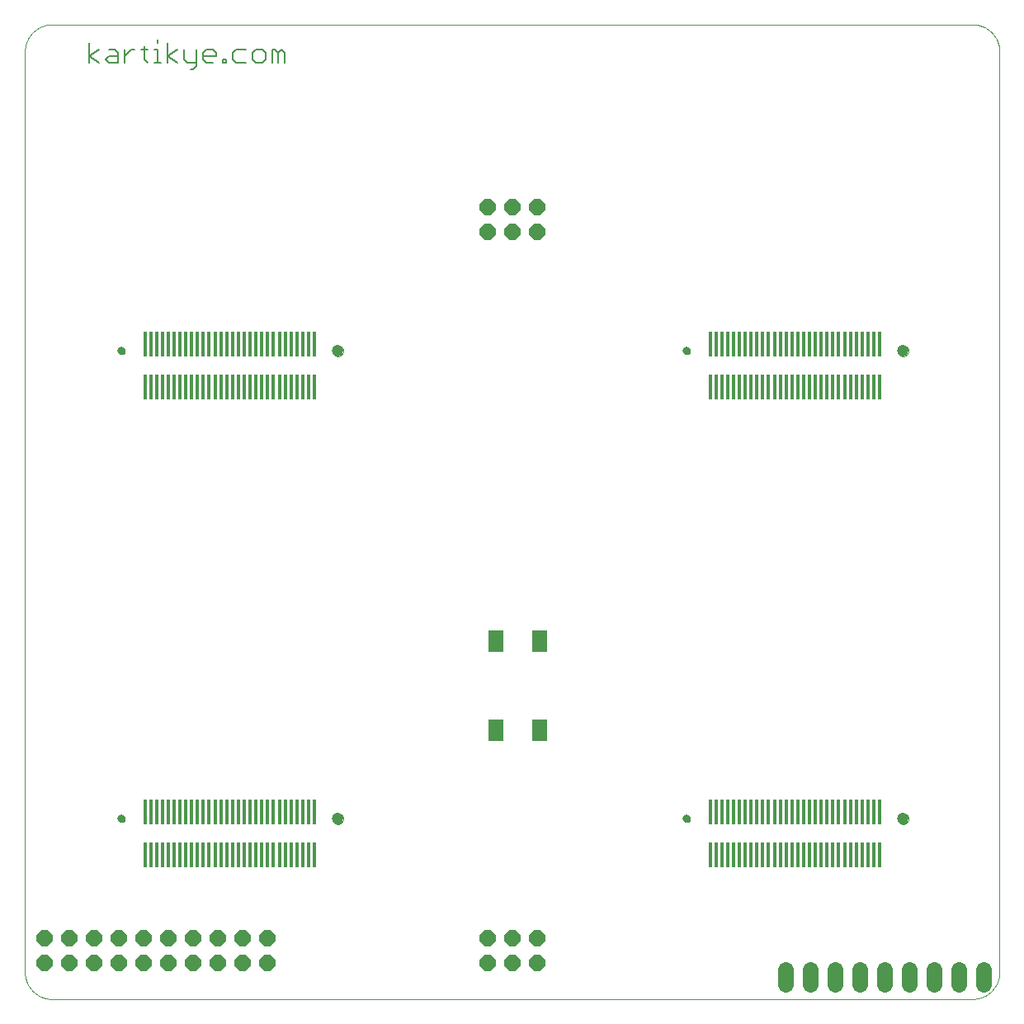
<source format=gts>
G75*
%MOIN*%
%OFA0B0*%
%FSLAX25Y25*%
%IPPOS*%
%LPD*%
%AMOC8*
5,1,8,0,0,1.08239X$1,22.5*
%
%ADD10C,0.00394*%
%ADD11C,0.00700*%
%ADD12R,0.01778X0.10046*%
%ADD13C,0.00000*%
%ADD14C,0.04731*%
%ADD15C,0.03156*%
%ADD16OC8,0.06400*%
%ADD17C,0.06400*%
%ADD18R,0.05912X0.08668*%
D10*
X0002294Y0013211D02*
X0002294Y0383290D01*
X0002278Y0383560D01*
X0002269Y0383830D01*
X0002266Y0384100D01*
X0002270Y0384371D01*
X0002280Y0384641D01*
X0002298Y0384911D01*
X0002321Y0385181D01*
X0002352Y0385450D01*
X0002388Y0385718D01*
X0002432Y0385985D01*
X0002482Y0386250D01*
X0002538Y0386515D01*
X0002601Y0386778D01*
X0002670Y0387040D01*
X0002746Y0387299D01*
X0002828Y0387557D01*
X0002917Y0387813D01*
X0003011Y0388066D01*
X0003112Y0388317D01*
X0003219Y0388566D01*
X0003332Y0388812D01*
X0003450Y0389055D01*
X0003575Y0389295D01*
X0003706Y0389532D01*
X0003842Y0389765D01*
X0003984Y0389995D01*
X0004132Y0390222D01*
X0004285Y0390445D01*
X0004444Y0390664D01*
X0004607Y0390879D01*
X0004777Y0391091D01*
X0004951Y0391298D01*
X0005130Y0391500D01*
X0005314Y0391698D01*
X0005503Y0391892D01*
X0005697Y0392081D01*
X0005895Y0392265D01*
X0006097Y0392444D01*
X0006304Y0392618D01*
X0006516Y0392788D01*
X0006731Y0392951D01*
X0006950Y0393110D01*
X0007173Y0393263D01*
X0007400Y0393411D01*
X0007630Y0393553D01*
X0007863Y0393689D01*
X0008100Y0393820D01*
X0008340Y0393945D01*
X0008583Y0394063D01*
X0008829Y0394176D01*
X0009078Y0394283D01*
X0009329Y0394384D01*
X0009582Y0394478D01*
X0009838Y0394567D01*
X0010096Y0394649D01*
X0010355Y0394725D01*
X0010617Y0394794D01*
X0010880Y0394857D01*
X0011145Y0394913D01*
X0011410Y0394963D01*
X0011677Y0395007D01*
X0011945Y0395043D01*
X0012214Y0395074D01*
X0012484Y0395097D01*
X0012754Y0395115D01*
X0013024Y0395125D01*
X0013295Y0395129D01*
X0013565Y0395126D01*
X0013835Y0395117D01*
X0014105Y0395101D01*
X0384184Y0395101D01*
X0384454Y0395117D01*
X0384724Y0395126D01*
X0384994Y0395129D01*
X0385265Y0395125D01*
X0385535Y0395115D01*
X0385805Y0395097D01*
X0386075Y0395074D01*
X0386344Y0395043D01*
X0386612Y0395007D01*
X0386879Y0394963D01*
X0387144Y0394913D01*
X0387409Y0394857D01*
X0387672Y0394794D01*
X0387934Y0394725D01*
X0388193Y0394649D01*
X0388451Y0394567D01*
X0388707Y0394478D01*
X0388960Y0394384D01*
X0389211Y0394283D01*
X0389460Y0394176D01*
X0389706Y0394063D01*
X0389949Y0393945D01*
X0390189Y0393820D01*
X0390426Y0393689D01*
X0390659Y0393553D01*
X0390889Y0393411D01*
X0391116Y0393263D01*
X0391339Y0393110D01*
X0391558Y0392951D01*
X0391773Y0392788D01*
X0391985Y0392618D01*
X0392192Y0392444D01*
X0392394Y0392265D01*
X0392592Y0392081D01*
X0392786Y0391892D01*
X0392975Y0391698D01*
X0393159Y0391500D01*
X0393338Y0391298D01*
X0393512Y0391091D01*
X0393682Y0390879D01*
X0393845Y0390664D01*
X0394004Y0390445D01*
X0394157Y0390222D01*
X0394305Y0389995D01*
X0394447Y0389765D01*
X0394583Y0389532D01*
X0394714Y0389295D01*
X0394839Y0389055D01*
X0394957Y0388812D01*
X0395070Y0388566D01*
X0395177Y0388317D01*
X0395278Y0388066D01*
X0395372Y0387813D01*
X0395461Y0387557D01*
X0395543Y0387299D01*
X0395619Y0387040D01*
X0395688Y0386778D01*
X0395751Y0386515D01*
X0395807Y0386250D01*
X0395857Y0385985D01*
X0395901Y0385718D01*
X0395937Y0385450D01*
X0395968Y0385181D01*
X0395991Y0384911D01*
X0396009Y0384641D01*
X0396019Y0384371D01*
X0396023Y0384100D01*
X0396020Y0383830D01*
X0396011Y0383560D01*
X0395995Y0383290D01*
X0395995Y0013211D01*
X0396011Y0012941D01*
X0396020Y0012671D01*
X0396023Y0012401D01*
X0396019Y0012130D01*
X0396009Y0011860D01*
X0395991Y0011590D01*
X0395968Y0011320D01*
X0395937Y0011051D01*
X0395901Y0010783D01*
X0395857Y0010516D01*
X0395807Y0010251D01*
X0395751Y0009986D01*
X0395688Y0009723D01*
X0395619Y0009461D01*
X0395543Y0009202D01*
X0395461Y0008944D01*
X0395372Y0008688D01*
X0395278Y0008435D01*
X0395177Y0008184D01*
X0395070Y0007935D01*
X0394957Y0007689D01*
X0394839Y0007446D01*
X0394714Y0007206D01*
X0394583Y0006969D01*
X0394447Y0006736D01*
X0394305Y0006506D01*
X0394157Y0006279D01*
X0394004Y0006056D01*
X0393845Y0005837D01*
X0393682Y0005622D01*
X0393512Y0005410D01*
X0393338Y0005203D01*
X0393159Y0005001D01*
X0392975Y0004803D01*
X0392786Y0004609D01*
X0392592Y0004420D01*
X0392394Y0004236D01*
X0392192Y0004057D01*
X0391985Y0003883D01*
X0391773Y0003713D01*
X0391558Y0003550D01*
X0391339Y0003391D01*
X0391116Y0003238D01*
X0390889Y0003090D01*
X0390659Y0002948D01*
X0390426Y0002812D01*
X0390189Y0002681D01*
X0389949Y0002556D01*
X0389706Y0002438D01*
X0389460Y0002325D01*
X0389211Y0002218D01*
X0388960Y0002117D01*
X0388707Y0002023D01*
X0388451Y0001934D01*
X0388193Y0001852D01*
X0387934Y0001776D01*
X0387672Y0001707D01*
X0387409Y0001644D01*
X0387144Y0001588D01*
X0386879Y0001538D01*
X0386612Y0001494D01*
X0386344Y0001458D01*
X0386075Y0001427D01*
X0385805Y0001404D01*
X0385535Y0001386D01*
X0385265Y0001376D01*
X0384994Y0001372D01*
X0384724Y0001375D01*
X0384454Y0001384D01*
X0384184Y0001400D01*
X0014105Y0001400D01*
X0013835Y0001384D01*
X0013565Y0001375D01*
X0013295Y0001372D01*
X0013024Y0001376D01*
X0012754Y0001386D01*
X0012484Y0001404D01*
X0012214Y0001427D01*
X0011945Y0001458D01*
X0011677Y0001494D01*
X0011410Y0001538D01*
X0011145Y0001588D01*
X0010880Y0001644D01*
X0010617Y0001707D01*
X0010355Y0001776D01*
X0010096Y0001852D01*
X0009838Y0001934D01*
X0009582Y0002023D01*
X0009329Y0002117D01*
X0009078Y0002218D01*
X0008829Y0002325D01*
X0008583Y0002438D01*
X0008340Y0002556D01*
X0008100Y0002681D01*
X0007863Y0002812D01*
X0007630Y0002948D01*
X0007400Y0003090D01*
X0007173Y0003238D01*
X0006950Y0003391D01*
X0006731Y0003550D01*
X0006516Y0003713D01*
X0006304Y0003883D01*
X0006097Y0004057D01*
X0005895Y0004236D01*
X0005697Y0004420D01*
X0005503Y0004609D01*
X0005314Y0004803D01*
X0005130Y0005001D01*
X0004951Y0005203D01*
X0004777Y0005410D01*
X0004607Y0005622D01*
X0004444Y0005837D01*
X0004285Y0006056D01*
X0004132Y0006279D01*
X0003984Y0006506D01*
X0003842Y0006736D01*
X0003706Y0006969D01*
X0003575Y0007206D01*
X0003450Y0007446D01*
X0003332Y0007689D01*
X0003219Y0007935D01*
X0003112Y0008184D01*
X0003011Y0008435D01*
X0002917Y0008688D01*
X0002828Y0008944D01*
X0002746Y0009202D01*
X0002670Y0009461D01*
X0002601Y0009723D01*
X0002538Y0009986D01*
X0002482Y0010251D01*
X0002432Y0010516D01*
X0002388Y0010783D01*
X0002352Y0011051D01*
X0002321Y0011320D01*
X0002298Y0011590D01*
X0002280Y0011860D01*
X0002270Y0012130D01*
X0002266Y0012401D01*
X0002269Y0012671D01*
X0002278Y0012941D01*
X0002294Y0013211D01*
D11*
X0028144Y0379750D02*
X0028144Y0387657D01*
X0032097Y0385021D02*
X0028144Y0382386D01*
X0032097Y0379750D01*
X0034743Y0381068D02*
X0036061Y0382386D01*
X0040014Y0382386D01*
X0040014Y0383703D02*
X0040014Y0379750D01*
X0036061Y0379750D01*
X0034743Y0381068D01*
X0036061Y0385021D02*
X0038696Y0385021D01*
X0040014Y0383703D01*
X0042662Y0382386D02*
X0045297Y0385021D01*
X0046615Y0385021D01*
X0049261Y0385021D02*
X0051896Y0385021D01*
X0050579Y0386339D02*
X0050579Y0381068D01*
X0051896Y0379750D01*
X0054540Y0379750D02*
X0057176Y0379750D01*
X0055858Y0379750D02*
X0055858Y0385021D01*
X0054540Y0385021D01*
X0055858Y0387657D02*
X0055858Y0388975D01*
X0059819Y0387657D02*
X0059819Y0379750D01*
X0059819Y0382386D02*
X0063773Y0385021D01*
X0066418Y0385021D02*
X0066418Y0381068D01*
X0067736Y0379750D01*
X0071689Y0379750D01*
X0071689Y0378432D02*
X0070371Y0377114D01*
X0069054Y0377114D01*
X0071689Y0378432D02*
X0071689Y0385021D01*
X0074337Y0383703D02*
X0075655Y0385021D01*
X0078290Y0385021D01*
X0079608Y0383703D01*
X0079608Y0382386D01*
X0074337Y0382386D01*
X0074337Y0383703D02*
X0074337Y0381068D01*
X0075655Y0379750D01*
X0078290Y0379750D01*
X0082256Y0379750D02*
X0082256Y0381068D01*
X0083573Y0381068D01*
X0083573Y0379750D01*
X0082256Y0379750D01*
X0086215Y0381068D02*
X0087533Y0379750D01*
X0091486Y0379750D01*
X0094134Y0381068D02*
X0095452Y0379750D01*
X0098087Y0379750D01*
X0099405Y0381068D01*
X0099405Y0383703D01*
X0098087Y0385021D01*
X0095452Y0385021D01*
X0094134Y0383703D01*
X0094134Y0381068D01*
X0091486Y0385021D02*
X0087533Y0385021D01*
X0086215Y0383703D01*
X0086215Y0381068D01*
X0102053Y0379750D02*
X0102053Y0385021D01*
X0103370Y0385021D01*
X0104688Y0383703D01*
X0106006Y0385021D01*
X0107324Y0383703D01*
X0107324Y0379750D01*
X0104688Y0379750D02*
X0104688Y0383703D01*
X0063773Y0379750D02*
X0059819Y0382386D01*
X0042662Y0379750D02*
X0042662Y0385021D01*
D12*
X0050719Y0266065D03*
X0053081Y0266065D03*
X0055444Y0266065D03*
X0057806Y0266065D03*
X0060168Y0266065D03*
X0062530Y0266065D03*
X0064893Y0266065D03*
X0067255Y0266065D03*
X0069617Y0266065D03*
X0071979Y0266065D03*
X0074341Y0266065D03*
X0076704Y0266065D03*
X0079066Y0266065D03*
X0081428Y0266065D03*
X0083790Y0266065D03*
X0086152Y0266065D03*
X0088515Y0266065D03*
X0090877Y0266065D03*
X0093239Y0266065D03*
X0095601Y0266065D03*
X0097963Y0266065D03*
X0100326Y0266065D03*
X0102688Y0266065D03*
X0105050Y0266065D03*
X0107412Y0266065D03*
X0109774Y0266065D03*
X0112137Y0266065D03*
X0114499Y0266065D03*
X0116861Y0266065D03*
X0119223Y0266065D03*
X0119223Y0248546D03*
X0116861Y0248546D03*
X0114499Y0248546D03*
X0112137Y0248546D03*
X0109774Y0248546D03*
X0107412Y0248546D03*
X0105050Y0248546D03*
X0102688Y0248546D03*
X0100326Y0248546D03*
X0097963Y0248546D03*
X0095601Y0248546D03*
X0093239Y0248546D03*
X0090877Y0248546D03*
X0088515Y0248546D03*
X0086152Y0248546D03*
X0083790Y0248546D03*
X0081428Y0248546D03*
X0079066Y0248546D03*
X0076704Y0248546D03*
X0074341Y0248546D03*
X0071979Y0248546D03*
X0069617Y0248546D03*
X0067255Y0248546D03*
X0064893Y0248546D03*
X0062530Y0248546D03*
X0060168Y0248546D03*
X0057806Y0248546D03*
X0055444Y0248546D03*
X0053081Y0248546D03*
X0050719Y0248546D03*
X0050719Y0077089D03*
X0053081Y0077089D03*
X0055444Y0077089D03*
X0057806Y0077089D03*
X0060168Y0077089D03*
X0062530Y0077089D03*
X0064893Y0077089D03*
X0067255Y0077089D03*
X0069617Y0077089D03*
X0071979Y0077089D03*
X0074341Y0077089D03*
X0076704Y0077089D03*
X0079066Y0077089D03*
X0081428Y0077089D03*
X0083790Y0077089D03*
X0086152Y0077089D03*
X0088515Y0077089D03*
X0090877Y0077089D03*
X0093239Y0077089D03*
X0095601Y0077089D03*
X0097963Y0077089D03*
X0100326Y0077089D03*
X0102688Y0077089D03*
X0105050Y0077089D03*
X0107412Y0077089D03*
X0109774Y0077089D03*
X0112137Y0077089D03*
X0114499Y0077089D03*
X0116861Y0077089D03*
X0119223Y0077089D03*
X0119223Y0059569D03*
X0116861Y0059569D03*
X0114499Y0059569D03*
X0112137Y0059569D03*
X0109774Y0059569D03*
X0107412Y0059569D03*
X0105050Y0059569D03*
X0102688Y0059569D03*
X0100326Y0059569D03*
X0097963Y0059569D03*
X0095601Y0059569D03*
X0093239Y0059569D03*
X0090877Y0059569D03*
X0088515Y0059569D03*
X0086152Y0059569D03*
X0083790Y0059569D03*
X0081428Y0059569D03*
X0079066Y0059569D03*
X0076704Y0059569D03*
X0074341Y0059569D03*
X0071979Y0059569D03*
X0069617Y0059569D03*
X0067255Y0059569D03*
X0064893Y0059569D03*
X0062530Y0059569D03*
X0060168Y0059569D03*
X0057806Y0059569D03*
X0055444Y0059569D03*
X0053081Y0059569D03*
X0050719Y0059569D03*
X0279066Y0059569D03*
X0281428Y0059569D03*
X0283790Y0059569D03*
X0286152Y0059569D03*
X0288515Y0059569D03*
X0290877Y0059569D03*
X0293239Y0059569D03*
X0295601Y0059569D03*
X0297963Y0059569D03*
X0300326Y0059569D03*
X0302688Y0059569D03*
X0305050Y0059569D03*
X0307412Y0059569D03*
X0309774Y0059569D03*
X0312137Y0059569D03*
X0314499Y0059569D03*
X0316861Y0059569D03*
X0319223Y0059569D03*
X0321585Y0059569D03*
X0323948Y0059569D03*
X0326310Y0059569D03*
X0328672Y0059569D03*
X0331034Y0059569D03*
X0333396Y0059569D03*
X0335759Y0059569D03*
X0338121Y0059569D03*
X0340483Y0059569D03*
X0342845Y0059569D03*
X0345207Y0059569D03*
X0347570Y0059569D03*
X0347570Y0077089D03*
X0345207Y0077089D03*
X0342845Y0077089D03*
X0340483Y0077089D03*
X0338121Y0077089D03*
X0335759Y0077089D03*
X0333396Y0077089D03*
X0331034Y0077089D03*
X0328672Y0077089D03*
X0326310Y0077089D03*
X0323948Y0077089D03*
X0321585Y0077089D03*
X0319223Y0077089D03*
X0316861Y0077089D03*
X0314499Y0077089D03*
X0312137Y0077089D03*
X0309774Y0077089D03*
X0307412Y0077089D03*
X0305050Y0077089D03*
X0302688Y0077089D03*
X0300326Y0077089D03*
X0297963Y0077089D03*
X0295601Y0077089D03*
X0293239Y0077089D03*
X0290877Y0077089D03*
X0288515Y0077089D03*
X0286152Y0077089D03*
X0283790Y0077089D03*
X0281428Y0077089D03*
X0279066Y0077089D03*
X0279066Y0248546D03*
X0281428Y0248546D03*
X0283790Y0248546D03*
X0286152Y0248546D03*
X0288515Y0248546D03*
X0290877Y0248546D03*
X0293239Y0248546D03*
X0295601Y0248546D03*
X0297963Y0248546D03*
X0300326Y0248546D03*
X0302688Y0248546D03*
X0305050Y0248546D03*
X0307412Y0248546D03*
X0309774Y0248546D03*
X0312137Y0248546D03*
X0314499Y0248546D03*
X0316861Y0248546D03*
X0319223Y0248546D03*
X0321585Y0248546D03*
X0323948Y0248546D03*
X0326310Y0248546D03*
X0328672Y0248546D03*
X0331034Y0248546D03*
X0333396Y0248546D03*
X0335759Y0248546D03*
X0338121Y0248546D03*
X0340483Y0248546D03*
X0342845Y0248546D03*
X0345207Y0248546D03*
X0347570Y0248546D03*
X0347570Y0266065D03*
X0345207Y0266065D03*
X0342845Y0266065D03*
X0340483Y0266065D03*
X0338121Y0266065D03*
X0335759Y0266065D03*
X0333396Y0266065D03*
X0331034Y0266065D03*
X0328672Y0266065D03*
X0326310Y0266065D03*
X0323948Y0266065D03*
X0321585Y0266065D03*
X0319223Y0266065D03*
X0316861Y0266065D03*
X0314499Y0266065D03*
X0312137Y0266065D03*
X0309774Y0266065D03*
X0307412Y0266065D03*
X0305050Y0266065D03*
X0302688Y0266065D03*
X0300326Y0266065D03*
X0297963Y0266065D03*
X0295601Y0266065D03*
X0293239Y0266065D03*
X0290877Y0266065D03*
X0288515Y0266065D03*
X0286152Y0266065D03*
X0283790Y0266065D03*
X0281428Y0266065D03*
X0279066Y0266065D03*
D13*
X0268239Y0263211D02*
X0268241Y0263285D01*
X0268247Y0263359D01*
X0268257Y0263432D01*
X0268271Y0263505D01*
X0268288Y0263577D01*
X0268310Y0263647D01*
X0268335Y0263717D01*
X0268364Y0263785D01*
X0268397Y0263851D01*
X0268433Y0263916D01*
X0268473Y0263978D01*
X0268515Y0264039D01*
X0268561Y0264097D01*
X0268610Y0264152D01*
X0268662Y0264205D01*
X0268717Y0264255D01*
X0268774Y0264301D01*
X0268834Y0264345D01*
X0268896Y0264385D01*
X0268960Y0264422D01*
X0269026Y0264456D01*
X0269094Y0264486D01*
X0269163Y0264512D01*
X0269234Y0264535D01*
X0269305Y0264553D01*
X0269378Y0264568D01*
X0269451Y0264579D01*
X0269525Y0264586D01*
X0269599Y0264589D01*
X0269672Y0264588D01*
X0269746Y0264583D01*
X0269820Y0264574D01*
X0269893Y0264561D01*
X0269965Y0264544D01*
X0270036Y0264524D01*
X0270106Y0264499D01*
X0270174Y0264471D01*
X0270241Y0264440D01*
X0270306Y0264404D01*
X0270369Y0264366D01*
X0270430Y0264324D01*
X0270489Y0264278D01*
X0270545Y0264230D01*
X0270598Y0264179D01*
X0270648Y0264125D01*
X0270696Y0264068D01*
X0270740Y0264009D01*
X0270782Y0263947D01*
X0270820Y0263884D01*
X0270854Y0263818D01*
X0270885Y0263751D01*
X0270912Y0263682D01*
X0270935Y0263612D01*
X0270955Y0263541D01*
X0270971Y0263468D01*
X0270983Y0263395D01*
X0270991Y0263322D01*
X0270995Y0263248D01*
X0270995Y0263174D01*
X0270991Y0263100D01*
X0270983Y0263027D01*
X0270971Y0262954D01*
X0270955Y0262881D01*
X0270935Y0262810D01*
X0270912Y0262740D01*
X0270885Y0262671D01*
X0270854Y0262604D01*
X0270820Y0262538D01*
X0270782Y0262475D01*
X0270740Y0262413D01*
X0270696Y0262354D01*
X0270648Y0262297D01*
X0270598Y0262243D01*
X0270545Y0262192D01*
X0270489Y0262144D01*
X0270430Y0262098D01*
X0270369Y0262056D01*
X0270306Y0262018D01*
X0270241Y0261982D01*
X0270174Y0261951D01*
X0270106Y0261923D01*
X0270036Y0261898D01*
X0269965Y0261878D01*
X0269893Y0261861D01*
X0269820Y0261848D01*
X0269746Y0261839D01*
X0269672Y0261834D01*
X0269599Y0261833D01*
X0269525Y0261836D01*
X0269451Y0261843D01*
X0269378Y0261854D01*
X0269305Y0261869D01*
X0269234Y0261887D01*
X0269163Y0261910D01*
X0269094Y0261936D01*
X0269026Y0261966D01*
X0268960Y0262000D01*
X0268896Y0262037D01*
X0268834Y0262077D01*
X0268774Y0262121D01*
X0268717Y0262167D01*
X0268662Y0262217D01*
X0268610Y0262270D01*
X0268561Y0262325D01*
X0268515Y0262383D01*
X0268473Y0262444D01*
X0268433Y0262506D01*
X0268397Y0262571D01*
X0268364Y0262637D01*
X0268335Y0262705D01*
X0268310Y0262775D01*
X0268288Y0262845D01*
X0268271Y0262917D01*
X0268257Y0262990D01*
X0268247Y0263063D01*
X0268241Y0263137D01*
X0268239Y0263211D01*
X0354854Y0263211D02*
X0354856Y0263304D01*
X0354862Y0263396D01*
X0354872Y0263488D01*
X0354886Y0263579D01*
X0354903Y0263670D01*
X0354925Y0263760D01*
X0354950Y0263849D01*
X0354979Y0263937D01*
X0355012Y0264023D01*
X0355049Y0264108D01*
X0355089Y0264192D01*
X0355133Y0264273D01*
X0355180Y0264353D01*
X0355230Y0264431D01*
X0355284Y0264506D01*
X0355341Y0264579D01*
X0355401Y0264649D01*
X0355464Y0264717D01*
X0355530Y0264782D01*
X0355598Y0264844D01*
X0355669Y0264904D01*
X0355743Y0264960D01*
X0355819Y0265013D01*
X0355897Y0265062D01*
X0355977Y0265109D01*
X0356059Y0265151D01*
X0356143Y0265191D01*
X0356228Y0265226D01*
X0356315Y0265258D01*
X0356403Y0265287D01*
X0356492Y0265311D01*
X0356582Y0265332D01*
X0356673Y0265348D01*
X0356765Y0265361D01*
X0356857Y0265370D01*
X0356950Y0265375D01*
X0357042Y0265376D01*
X0357135Y0265373D01*
X0357227Y0265366D01*
X0357319Y0265355D01*
X0357410Y0265340D01*
X0357501Y0265322D01*
X0357591Y0265299D01*
X0357679Y0265273D01*
X0357767Y0265243D01*
X0357853Y0265209D01*
X0357937Y0265172D01*
X0358020Y0265130D01*
X0358101Y0265086D01*
X0358181Y0265038D01*
X0358258Y0264987D01*
X0358332Y0264932D01*
X0358405Y0264874D01*
X0358475Y0264814D01*
X0358542Y0264750D01*
X0358606Y0264684D01*
X0358668Y0264614D01*
X0358726Y0264543D01*
X0358781Y0264469D01*
X0358833Y0264392D01*
X0358882Y0264313D01*
X0358928Y0264233D01*
X0358970Y0264150D01*
X0359008Y0264066D01*
X0359043Y0263980D01*
X0359074Y0263893D01*
X0359101Y0263805D01*
X0359124Y0263715D01*
X0359144Y0263625D01*
X0359160Y0263534D01*
X0359172Y0263442D01*
X0359180Y0263350D01*
X0359184Y0263257D01*
X0359184Y0263165D01*
X0359180Y0263072D01*
X0359172Y0262980D01*
X0359160Y0262888D01*
X0359144Y0262797D01*
X0359124Y0262707D01*
X0359101Y0262617D01*
X0359074Y0262529D01*
X0359043Y0262442D01*
X0359008Y0262356D01*
X0358970Y0262272D01*
X0358928Y0262189D01*
X0358882Y0262109D01*
X0358833Y0262030D01*
X0358781Y0261953D01*
X0358726Y0261879D01*
X0358668Y0261808D01*
X0358606Y0261738D01*
X0358542Y0261672D01*
X0358475Y0261608D01*
X0358405Y0261548D01*
X0358332Y0261490D01*
X0358258Y0261435D01*
X0358181Y0261384D01*
X0358102Y0261336D01*
X0358020Y0261292D01*
X0357937Y0261250D01*
X0357853Y0261213D01*
X0357767Y0261179D01*
X0357679Y0261149D01*
X0357591Y0261123D01*
X0357501Y0261100D01*
X0357410Y0261082D01*
X0357319Y0261067D01*
X0357227Y0261056D01*
X0357135Y0261049D01*
X0357042Y0261046D01*
X0356950Y0261047D01*
X0356857Y0261052D01*
X0356765Y0261061D01*
X0356673Y0261074D01*
X0356582Y0261090D01*
X0356492Y0261111D01*
X0356403Y0261135D01*
X0356315Y0261164D01*
X0356228Y0261196D01*
X0356143Y0261231D01*
X0356059Y0261271D01*
X0355977Y0261313D01*
X0355897Y0261360D01*
X0355819Y0261409D01*
X0355743Y0261462D01*
X0355669Y0261518D01*
X0355598Y0261578D01*
X0355530Y0261640D01*
X0355464Y0261705D01*
X0355401Y0261773D01*
X0355341Y0261843D01*
X0355284Y0261916D01*
X0355230Y0261991D01*
X0355180Y0262069D01*
X0355133Y0262149D01*
X0355089Y0262230D01*
X0355049Y0262314D01*
X0355012Y0262399D01*
X0354979Y0262485D01*
X0354950Y0262573D01*
X0354925Y0262662D01*
X0354903Y0262752D01*
X0354886Y0262843D01*
X0354872Y0262934D01*
X0354862Y0263026D01*
X0354856Y0263118D01*
X0354854Y0263211D01*
X0354854Y0074235D02*
X0354856Y0074328D01*
X0354862Y0074420D01*
X0354872Y0074512D01*
X0354886Y0074603D01*
X0354903Y0074694D01*
X0354925Y0074784D01*
X0354950Y0074873D01*
X0354979Y0074961D01*
X0355012Y0075047D01*
X0355049Y0075132D01*
X0355089Y0075216D01*
X0355133Y0075297D01*
X0355180Y0075377D01*
X0355230Y0075455D01*
X0355284Y0075530D01*
X0355341Y0075603D01*
X0355401Y0075673D01*
X0355464Y0075741D01*
X0355530Y0075806D01*
X0355598Y0075868D01*
X0355669Y0075928D01*
X0355743Y0075984D01*
X0355819Y0076037D01*
X0355897Y0076086D01*
X0355977Y0076133D01*
X0356059Y0076175D01*
X0356143Y0076215D01*
X0356228Y0076250D01*
X0356315Y0076282D01*
X0356403Y0076311D01*
X0356492Y0076335D01*
X0356582Y0076356D01*
X0356673Y0076372D01*
X0356765Y0076385D01*
X0356857Y0076394D01*
X0356950Y0076399D01*
X0357042Y0076400D01*
X0357135Y0076397D01*
X0357227Y0076390D01*
X0357319Y0076379D01*
X0357410Y0076364D01*
X0357501Y0076346D01*
X0357591Y0076323D01*
X0357679Y0076297D01*
X0357767Y0076267D01*
X0357853Y0076233D01*
X0357937Y0076196D01*
X0358020Y0076154D01*
X0358101Y0076110D01*
X0358181Y0076062D01*
X0358258Y0076011D01*
X0358332Y0075956D01*
X0358405Y0075898D01*
X0358475Y0075838D01*
X0358542Y0075774D01*
X0358606Y0075708D01*
X0358668Y0075638D01*
X0358726Y0075567D01*
X0358781Y0075493D01*
X0358833Y0075416D01*
X0358882Y0075337D01*
X0358928Y0075257D01*
X0358970Y0075174D01*
X0359008Y0075090D01*
X0359043Y0075004D01*
X0359074Y0074917D01*
X0359101Y0074829D01*
X0359124Y0074739D01*
X0359144Y0074649D01*
X0359160Y0074558D01*
X0359172Y0074466D01*
X0359180Y0074374D01*
X0359184Y0074281D01*
X0359184Y0074189D01*
X0359180Y0074096D01*
X0359172Y0074004D01*
X0359160Y0073912D01*
X0359144Y0073821D01*
X0359124Y0073731D01*
X0359101Y0073641D01*
X0359074Y0073553D01*
X0359043Y0073466D01*
X0359008Y0073380D01*
X0358970Y0073296D01*
X0358928Y0073213D01*
X0358882Y0073133D01*
X0358833Y0073054D01*
X0358781Y0072977D01*
X0358726Y0072903D01*
X0358668Y0072832D01*
X0358606Y0072762D01*
X0358542Y0072696D01*
X0358475Y0072632D01*
X0358405Y0072572D01*
X0358332Y0072514D01*
X0358258Y0072459D01*
X0358181Y0072408D01*
X0358102Y0072360D01*
X0358020Y0072316D01*
X0357937Y0072274D01*
X0357853Y0072237D01*
X0357767Y0072203D01*
X0357679Y0072173D01*
X0357591Y0072147D01*
X0357501Y0072124D01*
X0357410Y0072106D01*
X0357319Y0072091D01*
X0357227Y0072080D01*
X0357135Y0072073D01*
X0357042Y0072070D01*
X0356950Y0072071D01*
X0356857Y0072076D01*
X0356765Y0072085D01*
X0356673Y0072098D01*
X0356582Y0072114D01*
X0356492Y0072135D01*
X0356403Y0072159D01*
X0356315Y0072188D01*
X0356228Y0072220D01*
X0356143Y0072255D01*
X0356059Y0072295D01*
X0355977Y0072337D01*
X0355897Y0072384D01*
X0355819Y0072433D01*
X0355743Y0072486D01*
X0355669Y0072542D01*
X0355598Y0072602D01*
X0355530Y0072664D01*
X0355464Y0072729D01*
X0355401Y0072797D01*
X0355341Y0072867D01*
X0355284Y0072940D01*
X0355230Y0073015D01*
X0355180Y0073093D01*
X0355133Y0073173D01*
X0355089Y0073254D01*
X0355049Y0073338D01*
X0355012Y0073423D01*
X0354979Y0073509D01*
X0354950Y0073597D01*
X0354925Y0073686D01*
X0354903Y0073776D01*
X0354886Y0073867D01*
X0354872Y0073958D01*
X0354862Y0074050D01*
X0354856Y0074142D01*
X0354854Y0074235D01*
X0268239Y0074235D02*
X0268241Y0074309D01*
X0268247Y0074383D01*
X0268257Y0074456D01*
X0268271Y0074529D01*
X0268288Y0074601D01*
X0268310Y0074671D01*
X0268335Y0074741D01*
X0268364Y0074809D01*
X0268397Y0074875D01*
X0268433Y0074940D01*
X0268473Y0075002D01*
X0268515Y0075063D01*
X0268561Y0075121D01*
X0268610Y0075176D01*
X0268662Y0075229D01*
X0268717Y0075279D01*
X0268774Y0075325D01*
X0268834Y0075369D01*
X0268896Y0075409D01*
X0268960Y0075446D01*
X0269026Y0075480D01*
X0269094Y0075510D01*
X0269163Y0075536D01*
X0269234Y0075559D01*
X0269305Y0075577D01*
X0269378Y0075592D01*
X0269451Y0075603D01*
X0269525Y0075610D01*
X0269599Y0075613D01*
X0269672Y0075612D01*
X0269746Y0075607D01*
X0269820Y0075598D01*
X0269893Y0075585D01*
X0269965Y0075568D01*
X0270036Y0075548D01*
X0270106Y0075523D01*
X0270174Y0075495D01*
X0270241Y0075464D01*
X0270306Y0075428D01*
X0270369Y0075390D01*
X0270430Y0075348D01*
X0270489Y0075302D01*
X0270545Y0075254D01*
X0270598Y0075203D01*
X0270648Y0075149D01*
X0270696Y0075092D01*
X0270740Y0075033D01*
X0270782Y0074971D01*
X0270820Y0074908D01*
X0270854Y0074842D01*
X0270885Y0074775D01*
X0270912Y0074706D01*
X0270935Y0074636D01*
X0270955Y0074565D01*
X0270971Y0074492D01*
X0270983Y0074419D01*
X0270991Y0074346D01*
X0270995Y0074272D01*
X0270995Y0074198D01*
X0270991Y0074124D01*
X0270983Y0074051D01*
X0270971Y0073978D01*
X0270955Y0073905D01*
X0270935Y0073834D01*
X0270912Y0073764D01*
X0270885Y0073695D01*
X0270854Y0073628D01*
X0270820Y0073562D01*
X0270782Y0073499D01*
X0270740Y0073437D01*
X0270696Y0073378D01*
X0270648Y0073321D01*
X0270598Y0073267D01*
X0270545Y0073216D01*
X0270489Y0073168D01*
X0270430Y0073122D01*
X0270369Y0073080D01*
X0270306Y0073042D01*
X0270241Y0073006D01*
X0270174Y0072975D01*
X0270106Y0072947D01*
X0270036Y0072922D01*
X0269965Y0072902D01*
X0269893Y0072885D01*
X0269820Y0072872D01*
X0269746Y0072863D01*
X0269672Y0072858D01*
X0269599Y0072857D01*
X0269525Y0072860D01*
X0269451Y0072867D01*
X0269378Y0072878D01*
X0269305Y0072893D01*
X0269234Y0072911D01*
X0269163Y0072934D01*
X0269094Y0072960D01*
X0269026Y0072990D01*
X0268960Y0073024D01*
X0268896Y0073061D01*
X0268834Y0073101D01*
X0268774Y0073145D01*
X0268717Y0073191D01*
X0268662Y0073241D01*
X0268610Y0073294D01*
X0268561Y0073349D01*
X0268515Y0073407D01*
X0268473Y0073468D01*
X0268433Y0073530D01*
X0268397Y0073595D01*
X0268364Y0073661D01*
X0268335Y0073729D01*
X0268310Y0073799D01*
X0268288Y0073869D01*
X0268271Y0073941D01*
X0268257Y0074014D01*
X0268247Y0074087D01*
X0268241Y0074161D01*
X0268239Y0074235D01*
X0126507Y0074235D02*
X0126509Y0074328D01*
X0126515Y0074420D01*
X0126525Y0074512D01*
X0126539Y0074603D01*
X0126556Y0074694D01*
X0126578Y0074784D01*
X0126603Y0074873D01*
X0126632Y0074961D01*
X0126665Y0075047D01*
X0126702Y0075132D01*
X0126742Y0075216D01*
X0126786Y0075297D01*
X0126833Y0075377D01*
X0126883Y0075455D01*
X0126937Y0075530D01*
X0126994Y0075603D01*
X0127054Y0075673D01*
X0127117Y0075741D01*
X0127183Y0075806D01*
X0127251Y0075868D01*
X0127322Y0075928D01*
X0127396Y0075984D01*
X0127472Y0076037D01*
X0127550Y0076086D01*
X0127630Y0076133D01*
X0127712Y0076175D01*
X0127796Y0076215D01*
X0127881Y0076250D01*
X0127968Y0076282D01*
X0128056Y0076311D01*
X0128145Y0076335D01*
X0128235Y0076356D01*
X0128326Y0076372D01*
X0128418Y0076385D01*
X0128510Y0076394D01*
X0128603Y0076399D01*
X0128695Y0076400D01*
X0128788Y0076397D01*
X0128880Y0076390D01*
X0128972Y0076379D01*
X0129063Y0076364D01*
X0129154Y0076346D01*
X0129244Y0076323D01*
X0129332Y0076297D01*
X0129420Y0076267D01*
X0129506Y0076233D01*
X0129590Y0076196D01*
X0129673Y0076154D01*
X0129754Y0076110D01*
X0129834Y0076062D01*
X0129911Y0076011D01*
X0129985Y0075956D01*
X0130058Y0075898D01*
X0130128Y0075838D01*
X0130195Y0075774D01*
X0130259Y0075708D01*
X0130321Y0075638D01*
X0130379Y0075567D01*
X0130434Y0075493D01*
X0130486Y0075416D01*
X0130535Y0075337D01*
X0130581Y0075257D01*
X0130623Y0075174D01*
X0130661Y0075090D01*
X0130696Y0075004D01*
X0130727Y0074917D01*
X0130754Y0074829D01*
X0130777Y0074739D01*
X0130797Y0074649D01*
X0130813Y0074558D01*
X0130825Y0074466D01*
X0130833Y0074374D01*
X0130837Y0074281D01*
X0130837Y0074189D01*
X0130833Y0074096D01*
X0130825Y0074004D01*
X0130813Y0073912D01*
X0130797Y0073821D01*
X0130777Y0073731D01*
X0130754Y0073641D01*
X0130727Y0073553D01*
X0130696Y0073466D01*
X0130661Y0073380D01*
X0130623Y0073296D01*
X0130581Y0073213D01*
X0130535Y0073133D01*
X0130486Y0073054D01*
X0130434Y0072977D01*
X0130379Y0072903D01*
X0130321Y0072832D01*
X0130259Y0072762D01*
X0130195Y0072696D01*
X0130128Y0072632D01*
X0130058Y0072572D01*
X0129985Y0072514D01*
X0129911Y0072459D01*
X0129834Y0072408D01*
X0129755Y0072360D01*
X0129673Y0072316D01*
X0129590Y0072274D01*
X0129506Y0072237D01*
X0129420Y0072203D01*
X0129332Y0072173D01*
X0129244Y0072147D01*
X0129154Y0072124D01*
X0129063Y0072106D01*
X0128972Y0072091D01*
X0128880Y0072080D01*
X0128788Y0072073D01*
X0128695Y0072070D01*
X0128603Y0072071D01*
X0128510Y0072076D01*
X0128418Y0072085D01*
X0128326Y0072098D01*
X0128235Y0072114D01*
X0128145Y0072135D01*
X0128056Y0072159D01*
X0127968Y0072188D01*
X0127881Y0072220D01*
X0127796Y0072255D01*
X0127712Y0072295D01*
X0127630Y0072337D01*
X0127550Y0072384D01*
X0127472Y0072433D01*
X0127396Y0072486D01*
X0127322Y0072542D01*
X0127251Y0072602D01*
X0127183Y0072664D01*
X0127117Y0072729D01*
X0127054Y0072797D01*
X0126994Y0072867D01*
X0126937Y0072940D01*
X0126883Y0073015D01*
X0126833Y0073093D01*
X0126786Y0073173D01*
X0126742Y0073254D01*
X0126702Y0073338D01*
X0126665Y0073423D01*
X0126632Y0073509D01*
X0126603Y0073597D01*
X0126578Y0073686D01*
X0126556Y0073776D01*
X0126539Y0073867D01*
X0126525Y0073958D01*
X0126515Y0074050D01*
X0126509Y0074142D01*
X0126507Y0074235D01*
X0039892Y0074235D02*
X0039894Y0074309D01*
X0039900Y0074383D01*
X0039910Y0074456D01*
X0039924Y0074529D01*
X0039941Y0074601D01*
X0039963Y0074671D01*
X0039988Y0074741D01*
X0040017Y0074809D01*
X0040050Y0074875D01*
X0040086Y0074940D01*
X0040126Y0075002D01*
X0040168Y0075063D01*
X0040214Y0075121D01*
X0040263Y0075176D01*
X0040315Y0075229D01*
X0040370Y0075279D01*
X0040427Y0075325D01*
X0040487Y0075369D01*
X0040549Y0075409D01*
X0040613Y0075446D01*
X0040679Y0075480D01*
X0040747Y0075510D01*
X0040816Y0075536D01*
X0040887Y0075559D01*
X0040958Y0075577D01*
X0041031Y0075592D01*
X0041104Y0075603D01*
X0041178Y0075610D01*
X0041252Y0075613D01*
X0041325Y0075612D01*
X0041399Y0075607D01*
X0041473Y0075598D01*
X0041546Y0075585D01*
X0041618Y0075568D01*
X0041689Y0075548D01*
X0041759Y0075523D01*
X0041827Y0075495D01*
X0041894Y0075464D01*
X0041959Y0075428D01*
X0042022Y0075390D01*
X0042083Y0075348D01*
X0042142Y0075302D01*
X0042198Y0075254D01*
X0042251Y0075203D01*
X0042301Y0075149D01*
X0042349Y0075092D01*
X0042393Y0075033D01*
X0042435Y0074971D01*
X0042473Y0074908D01*
X0042507Y0074842D01*
X0042538Y0074775D01*
X0042565Y0074706D01*
X0042588Y0074636D01*
X0042608Y0074565D01*
X0042624Y0074492D01*
X0042636Y0074419D01*
X0042644Y0074346D01*
X0042648Y0074272D01*
X0042648Y0074198D01*
X0042644Y0074124D01*
X0042636Y0074051D01*
X0042624Y0073978D01*
X0042608Y0073905D01*
X0042588Y0073834D01*
X0042565Y0073764D01*
X0042538Y0073695D01*
X0042507Y0073628D01*
X0042473Y0073562D01*
X0042435Y0073499D01*
X0042393Y0073437D01*
X0042349Y0073378D01*
X0042301Y0073321D01*
X0042251Y0073267D01*
X0042198Y0073216D01*
X0042142Y0073168D01*
X0042083Y0073122D01*
X0042022Y0073080D01*
X0041959Y0073042D01*
X0041894Y0073006D01*
X0041827Y0072975D01*
X0041759Y0072947D01*
X0041689Y0072922D01*
X0041618Y0072902D01*
X0041546Y0072885D01*
X0041473Y0072872D01*
X0041399Y0072863D01*
X0041325Y0072858D01*
X0041252Y0072857D01*
X0041178Y0072860D01*
X0041104Y0072867D01*
X0041031Y0072878D01*
X0040958Y0072893D01*
X0040887Y0072911D01*
X0040816Y0072934D01*
X0040747Y0072960D01*
X0040679Y0072990D01*
X0040613Y0073024D01*
X0040549Y0073061D01*
X0040487Y0073101D01*
X0040427Y0073145D01*
X0040370Y0073191D01*
X0040315Y0073241D01*
X0040263Y0073294D01*
X0040214Y0073349D01*
X0040168Y0073407D01*
X0040126Y0073468D01*
X0040086Y0073530D01*
X0040050Y0073595D01*
X0040017Y0073661D01*
X0039988Y0073729D01*
X0039963Y0073799D01*
X0039941Y0073869D01*
X0039924Y0073941D01*
X0039910Y0074014D01*
X0039900Y0074087D01*
X0039894Y0074161D01*
X0039892Y0074235D01*
X0039892Y0263211D02*
X0039894Y0263285D01*
X0039900Y0263359D01*
X0039910Y0263432D01*
X0039924Y0263505D01*
X0039941Y0263577D01*
X0039963Y0263647D01*
X0039988Y0263717D01*
X0040017Y0263785D01*
X0040050Y0263851D01*
X0040086Y0263916D01*
X0040126Y0263978D01*
X0040168Y0264039D01*
X0040214Y0264097D01*
X0040263Y0264152D01*
X0040315Y0264205D01*
X0040370Y0264255D01*
X0040427Y0264301D01*
X0040487Y0264345D01*
X0040549Y0264385D01*
X0040613Y0264422D01*
X0040679Y0264456D01*
X0040747Y0264486D01*
X0040816Y0264512D01*
X0040887Y0264535D01*
X0040958Y0264553D01*
X0041031Y0264568D01*
X0041104Y0264579D01*
X0041178Y0264586D01*
X0041252Y0264589D01*
X0041325Y0264588D01*
X0041399Y0264583D01*
X0041473Y0264574D01*
X0041546Y0264561D01*
X0041618Y0264544D01*
X0041689Y0264524D01*
X0041759Y0264499D01*
X0041827Y0264471D01*
X0041894Y0264440D01*
X0041959Y0264404D01*
X0042022Y0264366D01*
X0042083Y0264324D01*
X0042142Y0264278D01*
X0042198Y0264230D01*
X0042251Y0264179D01*
X0042301Y0264125D01*
X0042349Y0264068D01*
X0042393Y0264009D01*
X0042435Y0263947D01*
X0042473Y0263884D01*
X0042507Y0263818D01*
X0042538Y0263751D01*
X0042565Y0263682D01*
X0042588Y0263612D01*
X0042608Y0263541D01*
X0042624Y0263468D01*
X0042636Y0263395D01*
X0042644Y0263322D01*
X0042648Y0263248D01*
X0042648Y0263174D01*
X0042644Y0263100D01*
X0042636Y0263027D01*
X0042624Y0262954D01*
X0042608Y0262881D01*
X0042588Y0262810D01*
X0042565Y0262740D01*
X0042538Y0262671D01*
X0042507Y0262604D01*
X0042473Y0262538D01*
X0042435Y0262475D01*
X0042393Y0262413D01*
X0042349Y0262354D01*
X0042301Y0262297D01*
X0042251Y0262243D01*
X0042198Y0262192D01*
X0042142Y0262144D01*
X0042083Y0262098D01*
X0042022Y0262056D01*
X0041959Y0262018D01*
X0041894Y0261982D01*
X0041827Y0261951D01*
X0041759Y0261923D01*
X0041689Y0261898D01*
X0041618Y0261878D01*
X0041546Y0261861D01*
X0041473Y0261848D01*
X0041399Y0261839D01*
X0041325Y0261834D01*
X0041252Y0261833D01*
X0041178Y0261836D01*
X0041104Y0261843D01*
X0041031Y0261854D01*
X0040958Y0261869D01*
X0040887Y0261887D01*
X0040816Y0261910D01*
X0040747Y0261936D01*
X0040679Y0261966D01*
X0040613Y0262000D01*
X0040549Y0262037D01*
X0040487Y0262077D01*
X0040427Y0262121D01*
X0040370Y0262167D01*
X0040315Y0262217D01*
X0040263Y0262270D01*
X0040214Y0262325D01*
X0040168Y0262383D01*
X0040126Y0262444D01*
X0040086Y0262506D01*
X0040050Y0262571D01*
X0040017Y0262637D01*
X0039988Y0262705D01*
X0039963Y0262775D01*
X0039941Y0262845D01*
X0039924Y0262917D01*
X0039910Y0262990D01*
X0039900Y0263063D01*
X0039894Y0263137D01*
X0039892Y0263211D01*
X0126507Y0263211D02*
X0126509Y0263304D01*
X0126515Y0263396D01*
X0126525Y0263488D01*
X0126539Y0263579D01*
X0126556Y0263670D01*
X0126578Y0263760D01*
X0126603Y0263849D01*
X0126632Y0263937D01*
X0126665Y0264023D01*
X0126702Y0264108D01*
X0126742Y0264192D01*
X0126786Y0264273D01*
X0126833Y0264353D01*
X0126883Y0264431D01*
X0126937Y0264506D01*
X0126994Y0264579D01*
X0127054Y0264649D01*
X0127117Y0264717D01*
X0127183Y0264782D01*
X0127251Y0264844D01*
X0127322Y0264904D01*
X0127396Y0264960D01*
X0127472Y0265013D01*
X0127550Y0265062D01*
X0127630Y0265109D01*
X0127712Y0265151D01*
X0127796Y0265191D01*
X0127881Y0265226D01*
X0127968Y0265258D01*
X0128056Y0265287D01*
X0128145Y0265311D01*
X0128235Y0265332D01*
X0128326Y0265348D01*
X0128418Y0265361D01*
X0128510Y0265370D01*
X0128603Y0265375D01*
X0128695Y0265376D01*
X0128788Y0265373D01*
X0128880Y0265366D01*
X0128972Y0265355D01*
X0129063Y0265340D01*
X0129154Y0265322D01*
X0129244Y0265299D01*
X0129332Y0265273D01*
X0129420Y0265243D01*
X0129506Y0265209D01*
X0129590Y0265172D01*
X0129673Y0265130D01*
X0129754Y0265086D01*
X0129834Y0265038D01*
X0129911Y0264987D01*
X0129985Y0264932D01*
X0130058Y0264874D01*
X0130128Y0264814D01*
X0130195Y0264750D01*
X0130259Y0264684D01*
X0130321Y0264614D01*
X0130379Y0264543D01*
X0130434Y0264469D01*
X0130486Y0264392D01*
X0130535Y0264313D01*
X0130581Y0264233D01*
X0130623Y0264150D01*
X0130661Y0264066D01*
X0130696Y0263980D01*
X0130727Y0263893D01*
X0130754Y0263805D01*
X0130777Y0263715D01*
X0130797Y0263625D01*
X0130813Y0263534D01*
X0130825Y0263442D01*
X0130833Y0263350D01*
X0130837Y0263257D01*
X0130837Y0263165D01*
X0130833Y0263072D01*
X0130825Y0262980D01*
X0130813Y0262888D01*
X0130797Y0262797D01*
X0130777Y0262707D01*
X0130754Y0262617D01*
X0130727Y0262529D01*
X0130696Y0262442D01*
X0130661Y0262356D01*
X0130623Y0262272D01*
X0130581Y0262189D01*
X0130535Y0262109D01*
X0130486Y0262030D01*
X0130434Y0261953D01*
X0130379Y0261879D01*
X0130321Y0261808D01*
X0130259Y0261738D01*
X0130195Y0261672D01*
X0130128Y0261608D01*
X0130058Y0261548D01*
X0129985Y0261490D01*
X0129911Y0261435D01*
X0129834Y0261384D01*
X0129755Y0261336D01*
X0129673Y0261292D01*
X0129590Y0261250D01*
X0129506Y0261213D01*
X0129420Y0261179D01*
X0129332Y0261149D01*
X0129244Y0261123D01*
X0129154Y0261100D01*
X0129063Y0261082D01*
X0128972Y0261067D01*
X0128880Y0261056D01*
X0128788Y0261049D01*
X0128695Y0261046D01*
X0128603Y0261047D01*
X0128510Y0261052D01*
X0128418Y0261061D01*
X0128326Y0261074D01*
X0128235Y0261090D01*
X0128145Y0261111D01*
X0128056Y0261135D01*
X0127968Y0261164D01*
X0127881Y0261196D01*
X0127796Y0261231D01*
X0127712Y0261271D01*
X0127630Y0261313D01*
X0127550Y0261360D01*
X0127472Y0261409D01*
X0127396Y0261462D01*
X0127322Y0261518D01*
X0127251Y0261578D01*
X0127183Y0261640D01*
X0127117Y0261705D01*
X0127054Y0261773D01*
X0126994Y0261843D01*
X0126937Y0261916D01*
X0126883Y0261991D01*
X0126833Y0262069D01*
X0126786Y0262149D01*
X0126742Y0262230D01*
X0126702Y0262314D01*
X0126665Y0262399D01*
X0126632Y0262485D01*
X0126603Y0262573D01*
X0126578Y0262662D01*
X0126556Y0262752D01*
X0126539Y0262843D01*
X0126525Y0262934D01*
X0126515Y0263026D01*
X0126509Y0263118D01*
X0126507Y0263211D01*
D14*
X0128672Y0263211D03*
X0128672Y0074235D03*
X0357019Y0074235D03*
X0357019Y0263211D03*
D15*
X0269617Y0263211D03*
X0269617Y0074235D03*
X0041270Y0074235D03*
X0041270Y0263211D03*
D16*
X0189144Y0311361D03*
X0189144Y0321361D03*
X0199144Y0321361D03*
X0199144Y0311361D03*
X0209144Y0311361D03*
X0209144Y0321361D03*
X0209144Y0026085D03*
X0209144Y0016085D03*
X0199144Y0016085D03*
X0189144Y0016085D03*
X0189144Y0026085D03*
X0199144Y0026085D03*
X0100050Y0026085D03*
X0100050Y0016085D03*
X0090050Y0016085D03*
X0090050Y0026085D03*
X0080050Y0026085D03*
X0080050Y0016085D03*
X0070050Y0016085D03*
X0070050Y0026085D03*
X0060050Y0026085D03*
X0060050Y0016085D03*
X0050050Y0016085D03*
X0050050Y0026085D03*
X0040050Y0026085D03*
X0040050Y0016085D03*
X0030050Y0016085D03*
X0030050Y0026085D03*
X0020050Y0026085D03*
X0020050Y0016085D03*
X0010050Y0016085D03*
X0010050Y0026085D03*
D17*
X0309394Y0013300D02*
X0309394Y0007300D01*
X0319394Y0007300D02*
X0319394Y0013300D01*
X0329394Y0013300D02*
X0329394Y0007300D01*
X0339394Y0007300D02*
X0339394Y0013300D01*
X0349394Y0013300D02*
X0349394Y0007300D01*
X0359394Y0007300D02*
X0359394Y0013300D01*
X0369394Y0013300D02*
X0369394Y0007300D01*
X0379394Y0007300D02*
X0379394Y0013300D01*
X0389394Y0013300D02*
X0389394Y0007300D01*
D18*
X0210256Y0110087D03*
X0192539Y0110087D03*
X0192539Y0145913D03*
X0210256Y0145913D03*
M02*

</source>
